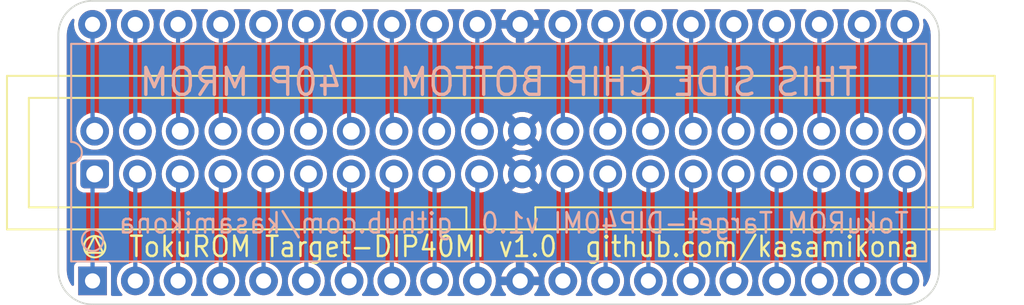
<source format=kicad_pcb>
(kicad_pcb (version 20221018) (generator pcbnew)
  (title_block (title "TokuROM Target-DIP40MI") (rev "1.0") (company "github.com/kasamikona/TokuROM"))
  (layers (0 "F.Cu" signal) (31 "B.Cu" signal) (34 "B.Paste" user) (35 "F.Paste" user) (36 "B.SilkS" user "B.Silkscreen") (37 "F.SilkS" user "F.Silkscreen") (38 "B.Mask" user) (39 "F.Mask" user) (44 "Edge.Cuts" user))
  (net 0 "")
  (net 1 "/A17")
  (net 2 "/A8")
  (net 3 "/A7")
  (net 4 "/A9")
  (net 5 "/A6")
  (net 6 "/A10")
  (net 7 "/A5")
  (net 8 "/A11")
  (net 9 "/A4")
  (net 10 "/A12")
  (net 11 "/A3")
  (net 12 "/A13")
  (net 13 "/A2")
  (net 14 "/A14")
  (net 15 "/A1")
  (net 16 "/A15")
  (net 17 "/A0")
  (net 18 "/A16")
  (net 19 "/CE")
  (net 20 "/BYTE")
  (net 21 "/GND")
  (net 22 "/OE")
  (net 23 "/D15")
  (net 24 "/D0")
  (net 25 "/D7")
  (net 26 "/D8")
  (net 27 "/D14")
  (net 28 "/D1")
  (net 29 "/D6")
  (net 30 "/D9")
  (net 31 "/D13")
  (net 32 "/D2")
  (net 33 "/D5")
  (net 34 "/D10")
  (net 35 "/D12")
  (net 36 "/D3")
  (net 37 "/D4")
  (net 38 "/D11")
  (net 39 "/VCC")
  (footprint "Connector_IDC:IDC-Header_2x20_P2.54mm_Vertical" (layer "F.Cu") (at 19.177 23.368 90)
    (fp_text reference "J1" hide)
    (fp_text value "IDC-40")
    (fp_line (start -4.68 -0.5) (end -4.68 0.5) (stroke (width 0.12)) (layer "F.SilkS"))
    (fp_line (start -4.68 0.5) (end -3.68 0) (stroke (width 0.12)) (layer "F.SilkS"))
    (fp_line (start -3.68 0) (end -4.68 -0.5) (stroke (width 0.12)) (layer "F.SilkS"))
    (fp_line (start -3.29 -5.21) (end 5.83 -5.21) (stroke (width 0.12)) (layer "F.SilkS"))
    (fp_line (start -3.29 22.08) (end -1.98 22.08) (stroke (width 0.12)) (layer "F.SilkS"))
    (fp_line (start -3.29 53.47) (end -3.29 -5.21) (stroke (width 0.12)) (layer "F.SilkS"))
    (fp_line (start -1.98 -3.91) (end 4.52 -3.91) (stroke (width 0.12)) (layer "F.SilkS"))
    (fp_line (start -1.98 22.08) (end -1.98 -3.91) (stroke (width 0.12)) (layer "F.SilkS"))
    (fp_line (start -1.98 26.18) (end -3.29 26.18) (stroke (width 0.12)) (layer "F.SilkS"))
    (fp_line (start -1.98 26.18) (end -1.98 26.18) (stroke (width 0.12)) (layer "F.SilkS"))
    (fp_line (start -1.98 52.17) (end -1.98 26.18) (stroke (width 0.12)) (layer "F.SilkS"))
    (fp_line (start 4.52 -3.91) (end 4.52 52.17) (stroke (width 0.12)) (layer "F.SilkS"))
    (fp_line (start 4.52 52.17) (end -1.98 52.17) (stroke (width 0.12)) (layer "F.SilkS"))
    (fp_line (start 5.83 -5.21) (end 5.83 53.47) (stroke (width 0.12)) (layer "F.SilkS"))
    (fp_line (start 5.83 53.47) (end -3.29 53.47) (stroke (width 0.12)) (layer "F.SilkS"))
    (pad "1" thru_hole roundrect (at 0 0 90) (size 1.7 1.7) (drill 1) (layers "*.Cu" "*.Mask") (roundrect_rratio 0.147059) (net 1 "/A17"))
    (pad "2" thru_hole circle (at 2.54 0 90) (size 1.7 1.7) (drill 1) (layers "*.Cu" "*.Mask") (net 2 "/A8"))
    (pad "3" thru_hole circle (at 0 2.54 90) (size 1.7 1.7) (drill 1) (layers "*.Cu" "*.Mask") (net 3 "/A7"))
    (pad "4" thru_hole circle (at 2.54 2.54 90) (size 1.7 1.7) (drill 1) (layers "*.Cu" "*.Mask") (net 4 "/A9"))
    (pad "5" thru_hole circle (at 0 5.08 90) (size 1.7 1.7) (drill 1) (layers "*.Cu" "*.Mask") (net 5 "/A6"))
    (pad "6" thru_hole circle (at 2.54 5.08 90) (size 1.7 1.7) (drill 1) (layers "*.Cu" "*.Mask") (net 6 "/A10"))
    (pad "7" thru_hole circle (at 0 7.62 90) (size 1.7 1.7) (drill 1) (layers "*.Cu" "*.Mask") (net 7 "/A5"))
    (pad "8" thru_hole circle (at 2.54 7.62 90) (size 1.7 1.7) (drill 1) (layers "*.Cu" "*.Mask") (net 8 "/A11"))
    (pad "9" thru_hole circle (at 0 10.16 90) (size 1.7 1.7) (drill 1) (layers "*.Cu" "*.Mask") (net 9 "/A4"))
    (pad "10" thru_hole circle (at 2.54 10.16 90) (size 1.7 1.7) (drill 1) (layers "*.Cu" "*.Mask") (net 10 "/A12"))
    (pad "11" thru_hole circle (at 0 12.7 90) (size 1.7 1.7) (drill 1) (layers "*.Cu" "*.Mask") (net 11 "/A3"))
    (pad "12" thru_hole circle (at 2.54 12.7 90) (size 1.7 1.7) (drill 1) (layers "*.Cu" "*.Mask") (net 12 "/A13"))
    (pad "13" thru_hole circle (at 0 15.24 90) (size 1.7 1.7) (drill 1) (layers "*.Cu" "*.Mask") (net 13 "/A2"))
    (pad "14" thru_hole circle (at 2.54 15.24 90) (size 1.7 1.7) (drill 1) (layers "*.Cu" "*.Mask") (net 14 "/A14"))
    (pad "15" thru_hole circle (at 0 17.78 90) (size 1.7 1.7) (drill 1) (layers "*.Cu" "*.Mask") (net 15 "/A1"))
    (pad "16" thru_hole circle (at 2.54 17.78 90) (size 1.7 1.7) (drill 1) (layers "*.Cu" "*.Mask") (net 16 "/A15"))
    (pad "17" thru_hole circle (at 0 20.32 90) (size 1.7 1.7) (drill 1) (layers "*.Cu" "*.Mask") (net 17 "/A0"))
    (pad "18" thru_hole circle (at 2.54 20.32 90) (size 1.7 1.7) (drill 1) (layers "*.Cu" "*.Mask") (net 18 "/A16"))
    (pad "19" thru_hole circle (at 0 22.86 90) (size 1.7 1.7) (drill 1) (layers "*.Cu" "*.Mask") (net 19 "/CE"))
    (pad "20" thru_hole circle (at 2.54 22.86 90) (size 1.7 1.7) (drill 1) (layers "*.Cu" "*.Mask") (net 20 "/BYTE"))
    (pad "21" thru_hole circle (at 0 25.4 90) (size 1.7 1.7) (drill 1) (layers "*.Cu" "*.Mask") (net 21 "/GND"))
    (pad "22" thru_hole circle (at 2.54 25.4 90) (size 1.7 1.7) (drill 1) (layers "*.Cu" "*.Mask") (net 21 "/GND"))
    (pad "23" thru_hole circle (at 0 27.94 90) (size 1.7 1.7) (drill 1) (layers "*.Cu" "*.Mask") (net 22 "/OE"))
    (pad "24" thru_hole circle (at 2.54 27.94 90) (size 1.7 1.7) (drill 1) (layers "*.Cu" "*.Mask") (net 23 "/D15"))
    (pad "25" thru_hole circle (at 0 30.48 90) (size 1.7 1.7) (drill 1) (layers "*.Cu" "*.Mask") (net 24 "/D0"))
    (pad "26" thru_hole circle (at 2.54 30.48 90) (size 1.7 1.7) (drill 1) (layers "*.Cu" "*.Mask") (net 25 "/D7"))
    (pad "27" thru_hole circle (at 0 33.02 90) (size 1.7 1.7) (drill 1) (layers "*.Cu" "*.Mask") (net 26 "/D8"))
    (pad "28" thru_hole circle (at 2.54 33.02 90) (size 1.7 1.7) (drill 1) (layers "*.Cu" "*.Mask") (net 27 "/D14"))
    (pad "29" thru_hole circle (at 0 35.56 90) (size 1.7 1.7) (drill 1) (layers "*.Cu" "*.Mask") (net 28 "/D1"))
    (pad "30" thru_hole circle (at 2.54 35.56 90) (size 1.7 1.7) (drill 1) (layers "*.Cu" "*.Mask") (net 29 "/D6"))
    (pad "31" thru_hole circle (at 0 38.1 90) (size 1.7 1.7) (drill 1) (layers "*.Cu" "*.Mask") (net 30 "/D9"))
    (pad "32" thru_hole circle (at 2.54 38.1 90) (size 1.7 1.7) (drill 1) (layers "*.Cu" "*.Mask") (net 31 "/D13"))
    (pad "33" thru_hole circle (at 0 40.64 90) (size 1.7 1.7) (drill 1) (layers "*.Cu" "*.Mask") (net 32 "/D2"))
    (pad "34" thru_hole circle (at 2.54 40.64 90) (size 1.7 1.7) (drill 1) (layers "*.Cu" "*.Mask") (net 33 "/D5"))
    (pad "35" thru_hole circle (at 0 43.18 90) (size 1.7 1.7) (drill 1) (layers "*.Cu" "*.Mask") (net 34 "/D10"))
    (pad "36" thru_hole circle (at 2.54 43.18 90) (size 1.7 1.7) (drill 1) (layers "*.Cu" "*.Mask") (net 35 "/D12"))
    (pad "37" thru_hole circle (at 0 45.72 90) (size 1.7 1.7) (drill 1) (layers "*.Cu" "*.Mask") (net 36 "/D3"))
    (pad "38" thru_hole circle (at 2.54 45.72 90) (size 1.7 1.7) (drill 1) (layers "*.Cu" "*.Mask") (net 37 "/D4"))
    (pad "39" thru_hole circle (at 0 48.26 90) (size 1.7 1.7) (drill 1) (layers "*.Cu" "*.Mask") (net 38 "/D11"))
    (pad "40" thru_hole circle (at 2.54 48.26 90) (size 1.7 1.7) (drill 1) (layers "*.Cu" "*.Mask") (net 39 "/VCC"))
  )
  (footprint "Tokurom-Parts:DIP-40_Reversed" (layer "B.Cu") (at 19.05 29.718 -90)
    (fp_text reference "J2" hide)
    (fp_text value "DIP-40_Reversed")
    (fp_line (start -14.08 -49.53) (end -1.16 -49.53) (stroke (width 0.12)) (layer "B.SilkS"))
    (fp_line (start -14.08 1.27) (end -14.08 -49.53) (stroke (width 0.12)) (layer "B.SilkS"))
    (fp_line (start -8.255 1.27) (end -14.08 1.27) (stroke (width 0.12)) (layer "B.SilkS"))
    (fp_line (start -1.16 -49.53) (end -1.16 1.27) (stroke (width 0.12)) (layer "B.SilkS"))
    (fp_line (start -1.16 1.27) (end -6.985 1.27) (stroke (width 0.12)) (layer "B.SilkS"))
    (fp_arc (start -8.255 1.27) (mid -7.62 0.635) (end -6.985 1.27) (stroke (width 0.12)) (layer "B.SilkS"))
    (pad "1" thru_hole rect (at 0 0 270) (size 1.7 1.7) (drill 0.9) (layers "*.Cu" "*.Mask") (net 1 "/A17"))
    (pad "2" thru_hole oval (at 0 -2.54 270) (size 1.7 1.7) (drill 0.9) (layers "*.Cu" "*.Mask") (net 3 "/A7"))
    (pad "3" thru_hole oval (at 0 -5.08 270) (size 1.7 1.7) (drill 0.9) (layers "*.Cu" "*.Mask") (net 5 "/A6"))
    (pad "4" thru_hole oval (at 0 -7.62 270) (size 1.7 1.7) (drill 0.9) (layers "*.Cu" "*.Mask") (net 7 "/A5"))
    (pad "5" thru_hole oval (at 0 -10.16 270) (size 1.7 1.7) (drill 0.9) (layers "*.Cu" "*.Mask") (net 9 "/A4"))
    (pad "6" thru_hole oval (at 0 -12.7 270) (size 1.7 1.7) (drill 0.9) (layers "*.Cu" "*.Mask") (net 11 "/A3"))
    (pad "7" thru_hole oval (at 0 -15.24 270) (size 1.7 1.7) (drill 0.9) (layers "*.Cu" "*.Mask") (net 13 "/A2"))
    (pad "8" thru_hole oval (at 0 -17.78 270) (size 1.7 1.7) (drill 0.9) (layers "*.Cu" "*.Mask") (net 15 "/A1"))
    (pad "9" thru_hole oval (at 0 -20.32 270) (size 1.7 1.7) (drill 0.9) (layers "*.Cu" "*.Mask") (net 17 "/A0"))
    (pad "10" thru_hole oval (at 0 -22.86 270) (size 1.7 1.7) (drill 0.9) (layers "*.Cu" "*.Mask") (net 19 "/CE"))
    (pad "11" thru_hole oval (at 0 -25.4 270) (size 1.7 1.7) (drill 0.9) (layers "*.Cu" "*.Mask") (net 21 "/GND"))
    (pad "12" thru_hole oval (at 0 -27.94 270) (size 1.7 1.7) (drill 0.9) (layers "*.Cu" "*.Mask") (net 22 "/OE"))
    (pad "13" thru_hole oval (at 0 -30.48 270) (size 1.7 1.7) (drill 0.9) (layers "*.Cu" "*.Mask") (net 24 "/D0"))
    (pad "14" thru_hole oval (at 0 -33.02 270) (size 1.7 1.7) (drill 0.9) (layers "*.Cu" "*.Mask") (net 26 "/D8"))
    (pad "15" thru_hole oval (at 0 -35.56 270) (size 1.7 1.7) (drill 0.9) (layers "*.Cu" "*.Mask") (net 28 "/D1"))
    (pad "16" thru_hole oval (at 0 -38.1 270) (size 1.7 1.7) (drill 0.9) (layers "*.Cu" "*.Mask") (net 30 "/D9"))
    (pad "17" thru_hole oval (at 0 -40.64 270) (size 1.7 1.7) (drill 0.9) (layers "*.Cu" "*.Mask") (net 32 "/D2"))
    (pad "18" thru_hole oval (at 0 -43.18 270) (size 1.7 1.7) (drill 0.9) (layers "*.Cu" "*.Mask") (net 34 "/D10"))
    (pad "19" thru_hole oval (at 0 -45.72 270) (size 1.7 1.7) (drill 0.9) (layers "*.Cu" "*.Mask") (net 36 "/D3"))
    (pad "20" thru_hole oval (at 0 -48.26 270) (size 1.7 1.7) (drill 0.9) (layers "*.Cu" "*.Mask") (net 38 "/D11"))
    (pad "21" thru_hole oval (at -15.24 -48.26 270) (size 1.7 1.7) (drill 0.9) (layers "*.Cu" "*.Mask") (net 39 "/VCC"))
    (pad "22" thru_hole oval (at -15.24 -45.72 270) (size 1.7 1.7) (drill 0.9) (layers "*.Cu" "*.Mask") (net 37 "/D4"))
    (pad "23" thru_hole oval (at -15.24 -43.18 270) (size 1.7 1.7) (drill 0.9) (layers "*.Cu" "*.Mask") (net 35 "/D12"))
    (pad "24" thru_hole oval (at -15.24 -40.64 270) (size 1.7 1.7) (drill 0.9) (layers "*.Cu" "*.Mask") (net 33 "/D5"))
    (pad "25" thru_hole oval (at -15.24 -38.1 270) (size 1.7 1.7) (drill 0.9) (layers "*.Cu" "*.Mask") (net 31 "/D13"))
    (pad "26" thru_hole oval (at -15.24 -35.56 270) (size 1.7 1.7) (drill 0.9) (layers "*.Cu" "*.Mask") (net 29 "/D6"))
    (pad "27" thru_hole oval (at -15.24 -33.02 270) (size 1.7 1.7) (drill 0.9) (layers "*.Cu" "*.Mask") (net 27 "/D14"))
    (pad "28" thru_hole oval (at -15.24 -30.48 270) (size 1.7 1.7) (drill 0.9) (layers "*.Cu" "*.Mask") (net 25 "/D7"))
    (pad "29" thru_hole oval (at -15.24 -27.94 270) (size 1.7 1.7) (drill 0.9) (layers "*.Cu" "*.Mask") (net 23 "/D15"))
    (pad "30" thru_hole oval (at -15.24 -25.4 270) (size 1.7 1.7) (drill 0.9) (layers "*.Cu" "*.Mask") (net 21 "/GND"))
    (pad "31" thru_hole oval (at -15.24 -22.86 270) (size 1.7 1.7) (drill 0.9) (layers "*.Cu" "*.Mask") (net 20 "/BYTE"))
    (pad "32" thru_hole oval (at -15.24 -20.32 270) (size 1.7 1.7) (drill 0.9) (layers "*.Cu" "*.Mask") (net 18 "/A16"))
    (pad "33" thru_hole oval (at -15.24 -17.78 270) (size 1.7 1.7) (drill 0.9) (layers "*.Cu" "*.Mask") (net 16 "/A15"))
    (pad "34" thru_hole oval (at -15.24 -15.24 270) (size 1.7 1.7) (drill 0.9) (layers "*.Cu" "*.Mask") (net 14 "/A14"))
    (pad "35" thru_hole oval (at -15.24 -12.7 270) (size 1.7 1.7) (drill 0.9) (layers "*.Cu" "*.Mask") (net 12 "/A13"))
    (pad "36" thru_hole oval (at -15.24 -10.16 270) (size 1.7 1.7) (drill 0.9) (layers "*.Cu" "*.Mask") (net 10 "/A12"))
    (pad "37" thru_hole oval (at -15.24 -7.62 270) (size 1.7 1.7) (drill 0.9) (layers "*.Cu" "*.Mask") (net 8 "/A11"))
    (pad "38" thru_hole oval (at -15.24 -5.08 270) (size 1.7 1.7) (drill 0.9) (layers "*.Cu" "*.Mask") (net 6 "/A10"))
    (pad "39" thru_hole oval (at -15.24 -2.54 270) (size 1.7 1.7) (drill 0.9) (layers "*.Cu" "*.Mask") (net 4 "/A9"))
    (pad "40" thru_hole oval (at -15.24 0 270) (size 1.7 1.7) (drill 0.9) (layers "*.Cu" "*.Mask") (net 2 "/A8"))
  )
  (gr_circle (center 19.05 27.305) (end 19.05 26.67) (stroke (width 0.12)) (fill none) (layer "B.SilkS"))
  (gr_circle (center 19.177 27.686) (end 19.177 27.051) (stroke (width 0.12)) (fill none) (layer "F.SilkS"))
  (gr_line (start 19.05 13.081) (end 67.31 13.081) (stroke (width 0.1)) (layer "Edge.Cuts"))
  (gr_arc (start 19.05 31.115) (mid 17.613159 30.519841) (end 17.018 29.083) (stroke (width 0.1)) (layer "Edge.Cuts"))
  (gr_line (start 17.018 29.083) (end 17.018 15.113) (stroke (width 0.1)) (layer "Edge.Cuts"))
  (gr_arc (start 69.342 29.083) (mid 68.746841 30.519841) (end 67.31 31.115) (stroke (width 0.1)) (layer "Edge.Cuts"))
  (gr_arc (start 67.31 13.081) (mid 68.746841 13.676159) (end 69.342 15.113) (stroke (width 0.1)) (layer "Edge.Cuts"))
  (gr_line (start 67.31 31.115) (end 19.05 31.115) (stroke (width 0.1)) (layer "Edge.Cuts"))
  (gr_line (start 69.342 15.113) (end 69.342 29.083) (stroke (width 0.1)) (layer "Edge.Cuts"))
  (gr_arc (start 17.018 15.113) (mid 17.613159 13.676159) (end 19.05 13.081) (stroke (width 0.1)) (layer "Edge.Cuts"))
  (gr_text "TokuROM Target-DIP40MI v${REVISION}  github.com/kasamikona" (at 44.069 26.289) (layer "B.SilkS") (effects (font (size 1.2 1.1)) (justify mirror)))
  (gr_text "THIS SIDE CHIP BOTTOM   40P MROM" (at 43.18 17.907) (layer "B.SilkS") (effects (font (size 1.6 1.5) (thickness 0.2)) (justify mirror)))
  (gr_text "TokuROM Target-DIP40MI v${REVISION}  github.com/kasamikona" (at 44.704 27.686) (layer "F.SilkS") (effects (font (size 1.2 1.1))))
  (segment (start 19.177 23.368) (end 19.05 23.368) (width 0.25) (layer "B.Cu") (net 1))
  (segment (start 19.05 23.368) (end 19.05 29.718) (width 0.25) (layer "B.Cu") (net 1))
  (segment (start 19.05 14.478) (end 19.05 20.828) (width 0.25) (layer "B.Cu") (net 2))
  (segment (start 19.177 20.828) (end 19.05 20.828) (width 0.25) (layer "B.Cu") (net 2))
  (segment (start 21.59 23.368) (end 21.59 29.718) (width 0.25) (layer "B.Cu") (net 3))
  (segment (start 21.717 23.368) (end 21.59 23.368) (width 0.25) (layer "B.Cu") (net 3))
  (segment (start 21.717 20.828) (end 21.59 20.828) (width 0.25) (layer "B.Cu") (net 4))
  (segment (start 21.59 20.828) (end 21.59 14.478) (width 0.25) (layer "B.Cu") (net 4))
  (segment (start 24.13 23.368) (end 24.13 29.718) (width 0.25) (layer "B.Cu") (net 5))
  (segment (start 24.257 23.368) (end 24.13 23.368) (width 0.25) (layer "B.Cu") (net 5))
  (segment (start 24.13 14.478) (end 24.13 20.828) (width 0.25) (layer "B.Cu") (net 6))
  (segment (start 24.257 20.828) (end 24.13 20.828) (width 0.25) (layer "B.Cu") (net 6))
  (segment (start 26.797 23.368) (end 26.67 23.368) (width 0.25) (layer "B.Cu") (net 7))
  (segment (start 26.67 23.368) (end 26.67 29.718) (width 0.25) (layer "B.Cu") (net 7))
  (segment (start 26.797 20.828) (end 26.67 20.828) (width 0.25) (layer "B.Cu") (net 8))
  (segment (start 26.67 20.828) (end 26.67 14.478) (width 0.25) (layer "B.Cu") (net 8))
  (segment (start 29.337 23.368) (end 29.21 23.368) (width 0.25) (layer "B.Cu") (net 9))
  (segment (start 29.21 23.368) (end 29.21 29.718) (width 0.25) (layer "B.Cu") (net 9))
  (segment (start 29.337 20.828) (end 29.21 20.828) (width 0.25) (layer "B.Cu") (net 10))
  (segment (start 29.21 14.478) (end 29.21 20.828) (width 0.25) (layer "B.Cu") (net 10))
  (segment (start 31.75 29.718) (end 31.75 23.368) (width 0.25) (layer "B.Cu") (net 11))
  (segment (start 31.877 23.368) (end 31.75 23.368) (width 0.25) (layer "B.Cu") (net 11))
  (segment (start 31.877 20.828) (end 31.75 20.828) (width 0.25) (layer "B.Cu") (net 12))
  (segment (start 31.75 20.828) (end 31.75 14.478) (width 0.25) (layer "B.Cu") (net 12))
  (segment (start 34.417 23.368) (end 34.29 23.368) (width 0.25) (layer "B.Cu") (net 13))
  (segment (start 34.29 23.368) (end 34.29 29.718) (width 0.25) (layer "B.Cu") (net 13))
  (segment (start 34.29 14.478) (end 34.29 20.828) (width 0.25) (layer "B.Cu") (net 14))
  (segment (start 34.417 20.828) (end 34.29 20.828) (width 0.25) (layer "B.Cu") (net 14))
  (segment (start 36.83 29.718) (end 36.83 23.368) (width 0.25) (layer "B.Cu") (net 15))
  (segment (start 36.957 23.368) (end 36.83 23.368) (width 0.25) (layer "B.Cu") (net 15))
  (segment (start 36.957 20.828) (end 36.83 20.828) (width 0.25) (layer "B.Cu") (net 16))
  (segment (start 36.83 20.828) (end 36.83 14.478) (width 0.25) (layer "B.Cu") (net 16))
  (segment (start 39.497 23.368) (end 39.37 23.368) (width 0.25) (layer "B.Cu") (net 17))
  (segment (start 39.37 23.368) (end 39.37 29.718) (width 0.25) (layer "B.Cu") (net 17))
  (segment (start 39.497 20.828) (end 39.37 20.828) (width 0.25) (layer "B.Cu") (net 18))
  (segment (start 39.37 14.478) (end 39.37 20.828) (width 0.25) (layer "B.Cu") (net 18))
  (segment (start 42.037 23.368) (end 41.91 23.368) (width 0.25) (layer "B.Cu") (net 19))
  (segment (start 41.91 29.718) (end 41.91 23.368) (width 0.25) (layer "B.Cu") (net 19))
  (segment (start 41.91 20.828) (end 41.91 14.478) (width 0.25) (layer "B.Cu") (net 20))
  (segment (start 42.037 20.828) (end 41.91 20.828) (width 0.25) (layer "B.Cu") (net 20))
  (segment (start 47.117 23.368) (end 46.99 23.368) (width 0.25) (layer "B.Cu") (net 22))
  (segment (start 46.99 23.368) (end 46.99 29.718) (width 0.25) (layer "B.Cu") (net 22))
  (segment (start 47.117 20.828) (end 46.99 20.828) (width 0.25) (layer "B.Cu") (net 23))
  (segment (start 46.99 20.828) (end 46.99 14.478) (width 0.25) (layer "B.Cu") (net 23))
  (segment (start 49.657 23.368) (end 49.53 23.368) (width 0.25) (layer "B.Cu") (net 24))
  (segment (start 49.53 23.368) (end 49.53 29.718) (width 0.25) (layer "B.Cu") (net 24))
  (segment (start 49.53 20.828) (end 49.53 14.478) (width 0.25) (layer "B.Cu") (net 25))
  (segment (start 49.657 20.828) (end 49.53 20.828) (width 0.25) (layer "B.Cu") (net 25))
  (segment (start 52.197 23.368) (end 52.07 23.368) (width 0.25) (layer "B.Cu") (net 26))
  (segment (start 52.07 29.718) (end 52.07 23.368) (width 0.25) (layer "B.Cu") (net 26))
  (segment (start 52.07 20.828) (end 52.07 14.478) (width 0.25) (layer "B.Cu") (net 27))
  (segment (start 52.197 20.828) (end 52.07 20.828) (width 0.25) (layer "B.Cu") (net 27))
  (segment (start 54.61 23.368) (end 54.61 29.718) (width 0.25) (layer "B.Cu") (net 28))
  (segment (start 54.737 23.368) (end 54.61 23.368) (width 0.25) (layer "B.Cu") (net 28))
  (segment (start 54.61 14.478) (end 54.61 20.828) (width 0.25) (layer "B.Cu") (net 29))
  (segment (start 54.737 20.828) (end 54.61 20.828) (width 0.25) (layer "B.Cu") (net 29))
  (segment (start 57.277 23.368) (end 57.15 23.368) (width 0.25) (layer "B.Cu") (net 30))
  (segment (start 57.15 29.718) (end 57.15 23.368) (width 0.25) (layer "B.Cu") (net 30))
  (segment (start 57.277 20.828) (end 57.15 20.828) (width 0.25) (layer "B.Cu") (net 31))
  (segment (start 57.15 14.478) (end 57.15 20.828) (width 0.25) (layer "B.Cu") (net 31))
  (segment (start 59.69 29.718) (end 59.69 23.368) (width 0.25) (layer "B.Cu") (net 32))
  (segment (start 59.817 23.368) (end 59.69 23.368) (width 0.25) (layer "B.Cu") (net 32))
  (segment (start 59.817 20.828) (end 59.69 20.828) (width 0.25) (layer "B.Cu") (net 33))
  (segment (start 59.69 20.828) (end 59.69 14.478) (width 0.25) (layer "B.Cu") (net 33))
  (segment (start 62.357 23.368) (end 62.23 23.368) (width 0.25) (layer "B.Cu") (net 34))
  (segment (start 62.23 23.368) (end 62.23 29.718) (width 0.25) (layer "B.Cu") (net 34))
  (segment (start 62.23 14.478) (end 62.23 20.828) (width 0.25) (layer "B.Cu") (net 35))
  (segment (start 62.357 20.828) (end 62.23 20.828) (width 0.25) (layer "B.Cu") (net 35))
  (segment (start 64.77 29.718) (end 64.77 23.368) (width 0.25) (layer "B.Cu") (net 36))
  (segment (start 64.897 23.368) (end 64.77 23.368) (width 0.25) (layer "B.Cu") (net 36))
  (segment (start 64.897 20.828) (end 64.77 20.828) (width 0.25) (layer "B.Cu") (net 37))
  (segment (start 64.77 20.828) (end 64.77 14.478) (width 0.25) (layer "B.Cu") (net 37))
  (segment (start 67.437 23.368) (end 67.31 23.368) (width 0.25) (layer "B.Cu") (net 38))
  (segment (start 67.31 23.368) (end 67.31 29.718) (width 0.25) (layer "B.Cu") (net 38))
  (segment (start 67.31 14.478) (end 67.31 20.828) (width 0.25) (layer "B.Cu") (net 39))
  (segment (start 67.437 20.828) (end 67.31 20.828) (width 0.25) (layer "B.Cu") (net 39))
  (zone (net 21) (net_name "/GND") (layers "F&B.Cu") (connect_pads (clearance 0.25)) (min_thickness 0.15) (fill yes (thermal_gap 0.3) (thermal_bridge_width 0.5))
    (polygon (pts (xy 17.018 31.115) (xy 69.342 31.115) (xy 69.342 13.081) (xy 17.018 13.081)))
  )
)
</source>
